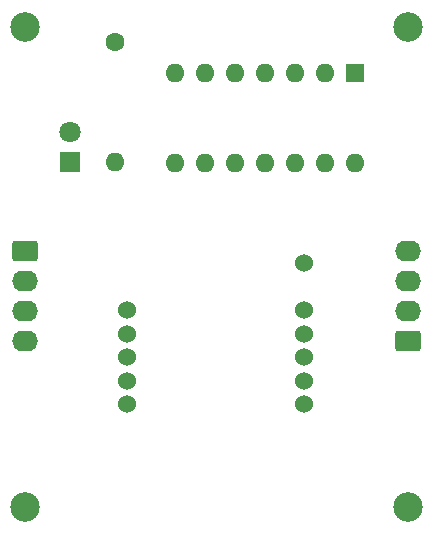
<source format=gbs>
%TF.GenerationSoftware,KiCad,Pcbnew,7.0.7*%
%TF.CreationDate,2023-09-28T15:49:41-05:00*%
%TF.ProjectId,iowa-rover-kiosk-rfid,696f7761-2d72-46f7-9665-722d6b696f73,rev?*%
%TF.SameCoordinates,Original*%
%TF.FileFunction,Soldermask,Bot*%
%TF.FilePolarity,Negative*%
%FSLAX46Y46*%
G04 Gerber Fmt 4.6, Leading zero omitted, Abs format (unit mm)*
G04 Created by KiCad (PCBNEW 7.0.7) date 2023-09-28 15:49:41*
%MOMM*%
%LPD*%
G01*
G04 APERTURE LIST*
G04 Aperture macros list*
%AMRoundRect*
0 Rectangle with rounded corners*
0 $1 Rounding radius*
0 $2 $3 $4 $5 $6 $7 $8 $9 X,Y pos of 4 corners*
0 Add a 4 corners polygon primitive as box body*
4,1,4,$2,$3,$4,$5,$6,$7,$8,$9,$2,$3,0*
0 Add four circle primitives for the rounded corners*
1,1,$1+$1,$2,$3*
1,1,$1+$1,$4,$5*
1,1,$1+$1,$6,$7*
1,1,$1+$1,$8,$9*
0 Add four rect primitives between the rounded corners*
20,1,$1+$1,$2,$3,$4,$5,0*
20,1,$1+$1,$4,$5,$6,$7,0*
20,1,$1+$1,$6,$7,$8,$9,0*
20,1,$1+$1,$8,$9,$2,$3,0*%
G04 Aperture macros list end*
%ADD10C,2.500000*%
%ADD11RoundRect,0.250000X-0.845000X0.620000X-0.845000X-0.620000X0.845000X-0.620000X0.845000X0.620000X0*%
%ADD12O,2.190000X1.740000*%
%ADD13C,1.524000*%
%ADD14C,1.600000*%
%ADD15O,1.600000X1.600000*%
%ADD16R,1.800000X1.800000*%
%ADD17C,1.800000*%
%ADD18RoundRect,0.250000X0.845000X-0.620000X0.845000X0.620000X-0.845000X0.620000X-0.845000X-0.620000X0*%
%ADD19R,1.600000X1.600000*%
G04 APERTURE END LIST*
D10*
%TO.C,REF\u002A\u002A*%
X135255000Y-72390000D03*
%TD*%
%TO.C,REF\u002A\u002A*%
X102870000Y-72390000D03*
%TD*%
%TO.C,REF\u002A\u002A*%
X102870000Y-31750000D03*
%TD*%
%TO.C,REF\u002A\u002A*%
X135255000Y-31750000D03*
%TD*%
D11*
%TO.C,J1*%
X102850000Y-50665000D03*
D12*
X102850000Y-53205000D03*
X102850000Y-55745000D03*
X102850000Y-58285000D03*
%TD*%
D13*
%TO.C,U1*%
X111465000Y-55665000D03*
X111465000Y-57665000D03*
X111465000Y-59665000D03*
X111465000Y-61665000D03*
X111465000Y-63665000D03*
X126465000Y-63665000D03*
X126465000Y-61665000D03*
X126465000Y-59665000D03*
X126465000Y-57665000D03*
X126465000Y-55665000D03*
X126465000Y-51665000D03*
%TD*%
D14*
%TO.C,R1*%
X110490000Y-33020000D03*
D15*
X110490000Y-43180000D03*
%TD*%
D16*
%TO.C,D1*%
X106680000Y-43180000D03*
D17*
X106680000Y-40640000D03*
%TD*%
D18*
%TO.C,J2*%
X135255000Y-58285000D03*
D12*
X135255000Y-55745000D03*
X135255000Y-53205000D03*
X135255000Y-50665000D03*
%TD*%
D19*
%TO.C,U2*%
X130815000Y-35570000D03*
D15*
X128275000Y-35570000D03*
X125735000Y-35570000D03*
X123195000Y-35570000D03*
X120655000Y-35570000D03*
X118115000Y-35570000D03*
X115575000Y-35570000D03*
X115575000Y-43190000D03*
X118115000Y-43190000D03*
X120655000Y-43190000D03*
X123195000Y-43190000D03*
X125735000Y-43190000D03*
X128275000Y-43190000D03*
X130815000Y-43190000D03*
%TD*%
M02*

</source>
